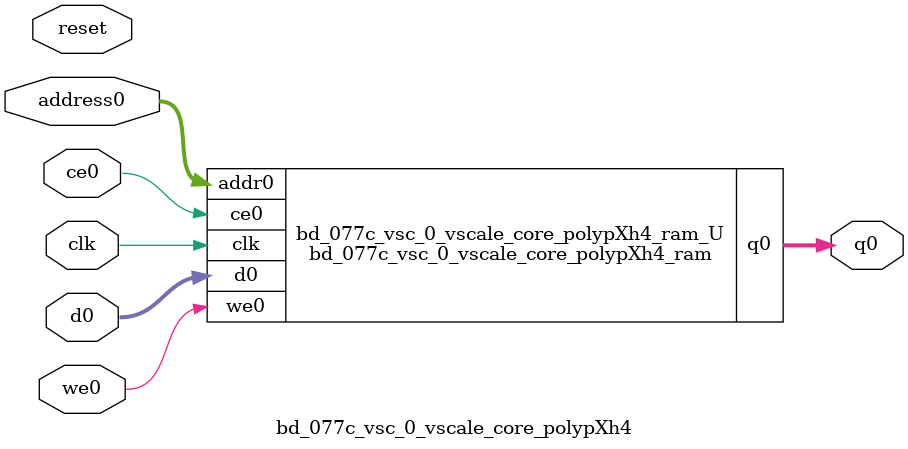
<source format=v>

`timescale 1 ns / 1 ps
module bd_077c_vsc_0_vscale_core_polypXh4_ram (addr0, ce0, d0, we0, q0,  clk);

parameter DWIDTH = 16;
parameter AWIDTH = 6;
parameter MEM_SIZE = 64;

input[AWIDTH-1:0] addr0;
input ce0;
input[DWIDTH-1:0] d0;
input we0;
output reg[DWIDTH-1:0] q0;
input clk;

(* ram_style = "distributed" *)reg [DWIDTH-1:0] ram[0:MEM_SIZE-1];




always @(posedge clk)  
begin 
    if (ce0) 
    begin
        if (we0) 
        begin 
            ram[addr0] <= d0; 
            q0 <= d0;
        end 
        else 
            q0 <= ram[addr0];
    end
end


endmodule


`timescale 1 ns / 1 ps
module bd_077c_vsc_0_vscale_core_polypXh4(
    reset,
    clk,
    address0,
    ce0,
    we0,
    d0,
    q0);

parameter DataWidth = 32'd16;
parameter AddressRange = 32'd64;
parameter AddressWidth = 32'd6;
input reset;
input clk;
input[AddressWidth - 1:0] address0;
input ce0;
input we0;
input[DataWidth - 1:0] d0;
output[DataWidth - 1:0] q0;



bd_077c_vsc_0_vscale_core_polypXh4_ram bd_077c_vsc_0_vscale_core_polypXh4_ram_U(
    .clk( clk ),
    .addr0( address0 ),
    .ce0( ce0 ),
    .d0( d0 ),
    .we0( we0 ),
    .q0( q0 ));

endmodule


</source>
